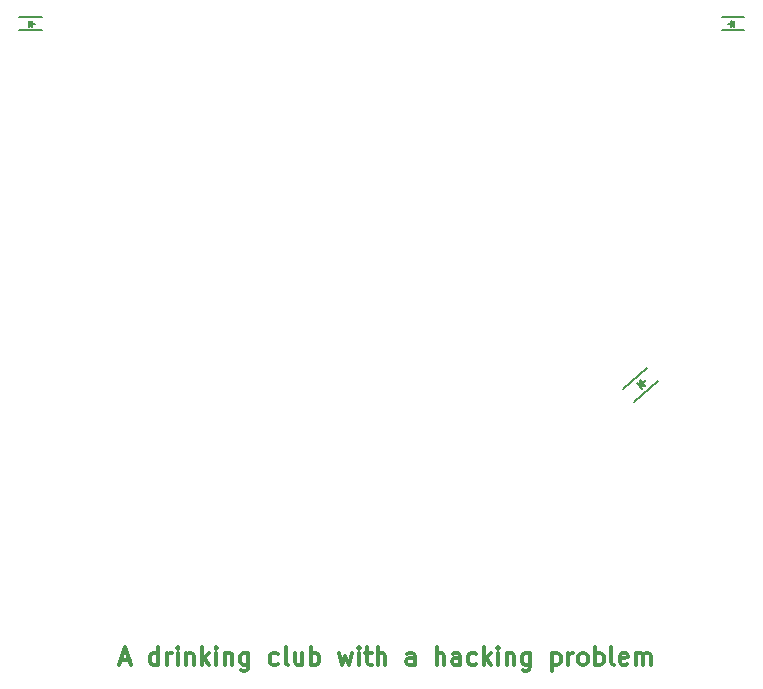
<source format=gto>
G04 #@! TF.FileFunction,Legend,Top*
%FSLAX46Y46*%
G04 Gerber Fmt 4.6, Leading zero omitted, Abs format (unit mm)*
G04 Created by KiCad (PCBNEW 4.0.3+e1-6302~38~ubuntu16.04.1-stable) date Sat Aug 27 13:07:25 2016*
%MOMM*%
%LPD*%
G01*
G04 APERTURE LIST*
%ADD10C,0.100000*%
%ADD11C,0.300000*%
%ADD12C,0.150000*%
G04 APERTURE END LIST*
D10*
D11*
X140935714Y-131550000D02*
X141650000Y-131550000D01*
X140792857Y-131978571D02*
X141292857Y-130478571D01*
X141792857Y-131978571D01*
X144078571Y-131978571D02*
X144078571Y-130478571D01*
X144078571Y-131907143D02*
X143935714Y-131978571D01*
X143650000Y-131978571D01*
X143507142Y-131907143D01*
X143435714Y-131835714D01*
X143364285Y-131692857D01*
X143364285Y-131264286D01*
X143435714Y-131121429D01*
X143507142Y-131050000D01*
X143650000Y-130978571D01*
X143935714Y-130978571D01*
X144078571Y-131050000D01*
X144792857Y-131978571D02*
X144792857Y-130978571D01*
X144792857Y-131264286D02*
X144864285Y-131121429D01*
X144935714Y-131050000D01*
X145078571Y-130978571D01*
X145221428Y-130978571D01*
X145721428Y-131978571D02*
X145721428Y-130978571D01*
X145721428Y-130478571D02*
X145649999Y-130550000D01*
X145721428Y-130621429D01*
X145792856Y-130550000D01*
X145721428Y-130478571D01*
X145721428Y-130621429D01*
X146435714Y-130978571D02*
X146435714Y-131978571D01*
X146435714Y-131121429D02*
X146507142Y-131050000D01*
X146650000Y-130978571D01*
X146864285Y-130978571D01*
X147007142Y-131050000D01*
X147078571Y-131192857D01*
X147078571Y-131978571D01*
X147792857Y-131978571D02*
X147792857Y-130478571D01*
X147935714Y-131407143D02*
X148364285Y-131978571D01*
X148364285Y-130978571D02*
X147792857Y-131550000D01*
X149007143Y-131978571D02*
X149007143Y-130978571D01*
X149007143Y-130478571D02*
X148935714Y-130550000D01*
X149007143Y-130621429D01*
X149078571Y-130550000D01*
X149007143Y-130478571D01*
X149007143Y-130621429D01*
X149721429Y-130978571D02*
X149721429Y-131978571D01*
X149721429Y-131121429D02*
X149792857Y-131050000D01*
X149935715Y-130978571D01*
X150150000Y-130978571D01*
X150292857Y-131050000D01*
X150364286Y-131192857D01*
X150364286Y-131978571D01*
X151721429Y-130978571D02*
X151721429Y-132192857D01*
X151650000Y-132335714D01*
X151578572Y-132407143D01*
X151435715Y-132478571D01*
X151221429Y-132478571D01*
X151078572Y-132407143D01*
X151721429Y-131907143D02*
X151578572Y-131978571D01*
X151292858Y-131978571D01*
X151150000Y-131907143D01*
X151078572Y-131835714D01*
X151007143Y-131692857D01*
X151007143Y-131264286D01*
X151078572Y-131121429D01*
X151150000Y-131050000D01*
X151292858Y-130978571D01*
X151578572Y-130978571D01*
X151721429Y-131050000D01*
X154221429Y-131907143D02*
X154078572Y-131978571D01*
X153792858Y-131978571D01*
X153650000Y-131907143D01*
X153578572Y-131835714D01*
X153507143Y-131692857D01*
X153507143Y-131264286D01*
X153578572Y-131121429D01*
X153650000Y-131050000D01*
X153792858Y-130978571D01*
X154078572Y-130978571D01*
X154221429Y-131050000D01*
X155078572Y-131978571D02*
X154935714Y-131907143D01*
X154864286Y-131764286D01*
X154864286Y-130478571D01*
X156292857Y-130978571D02*
X156292857Y-131978571D01*
X155650000Y-130978571D02*
X155650000Y-131764286D01*
X155721428Y-131907143D01*
X155864286Y-131978571D01*
X156078571Y-131978571D01*
X156221428Y-131907143D01*
X156292857Y-131835714D01*
X157007143Y-131978571D02*
X157007143Y-130478571D01*
X157007143Y-131050000D02*
X157150000Y-130978571D01*
X157435714Y-130978571D01*
X157578571Y-131050000D01*
X157650000Y-131121429D01*
X157721429Y-131264286D01*
X157721429Y-131692857D01*
X157650000Y-131835714D01*
X157578571Y-131907143D01*
X157435714Y-131978571D01*
X157150000Y-131978571D01*
X157007143Y-131907143D01*
X159364286Y-130978571D02*
X159650000Y-131978571D01*
X159935714Y-131264286D01*
X160221429Y-131978571D01*
X160507143Y-130978571D01*
X161078572Y-131978571D02*
X161078572Y-130978571D01*
X161078572Y-130478571D02*
X161007143Y-130550000D01*
X161078572Y-130621429D01*
X161150000Y-130550000D01*
X161078572Y-130478571D01*
X161078572Y-130621429D01*
X161578572Y-130978571D02*
X162150001Y-130978571D01*
X161792858Y-130478571D02*
X161792858Y-131764286D01*
X161864286Y-131907143D01*
X162007144Y-131978571D01*
X162150001Y-131978571D01*
X162650001Y-131978571D02*
X162650001Y-130478571D01*
X163292858Y-131978571D02*
X163292858Y-131192857D01*
X163221429Y-131050000D01*
X163078572Y-130978571D01*
X162864287Y-130978571D01*
X162721429Y-131050000D01*
X162650001Y-131121429D01*
X165792858Y-131978571D02*
X165792858Y-131192857D01*
X165721429Y-131050000D01*
X165578572Y-130978571D01*
X165292858Y-130978571D01*
X165150001Y-131050000D01*
X165792858Y-131907143D02*
X165650001Y-131978571D01*
X165292858Y-131978571D01*
X165150001Y-131907143D01*
X165078572Y-131764286D01*
X165078572Y-131621429D01*
X165150001Y-131478571D01*
X165292858Y-131407143D01*
X165650001Y-131407143D01*
X165792858Y-131335714D01*
X167650001Y-131978571D02*
X167650001Y-130478571D01*
X168292858Y-131978571D02*
X168292858Y-131192857D01*
X168221429Y-131050000D01*
X168078572Y-130978571D01*
X167864287Y-130978571D01*
X167721429Y-131050000D01*
X167650001Y-131121429D01*
X169650001Y-131978571D02*
X169650001Y-131192857D01*
X169578572Y-131050000D01*
X169435715Y-130978571D01*
X169150001Y-130978571D01*
X169007144Y-131050000D01*
X169650001Y-131907143D02*
X169507144Y-131978571D01*
X169150001Y-131978571D01*
X169007144Y-131907143D01*
X168935715Y-131764286D01*
X168935715Y-131621429D01*
X169007144Y-131478571D01*
X169150001Y-131407143D01*
X169507144Y-131407143D01*
X169650001Y-131335714D01*
X171007144Y-131907143D02*
X170864287Y-131978571D01*
X170578573Y-131978571D01*
X170435715Y-131907143D01*
X170364287Y-131835714D01*
X170292858Y-131692857D01*
X170292858Y-131264286D01*
X170364287Y-131121429D01*
X170435715Y-131050000D01*
X170578573Y-130978571D01*
X170864287Y-130978571D01*
X171007144Y-131050000D01*
X171650001Y-131978571D02*
X171650001Y-130478571D01*
X171792858Y-131407143D02*
X172221429Y-131978571D01*
X172221429Y-130978571D02*
X171650001Y-131550000D01*
X172864287Y-131978571D02*
X172864287Y-130978571D01*
X172864287Y-130478571D02*
X172792858Y-130550000D01*
X172864287Y-130621429D01*
X172935715Y-130550000D01*
X172864287Y-130478571D01*
X172864287Y-130621429D01*
X173578573Y-130978571D02*
X173578573Y-131978571D01*
X173578573Y-131121429D02*
X173650001Y-131050000D01*
X173792859Y-130978571D01*
X174007144Y-130978571D01*
X174150001Y-131050000D01*
X174221430Y-131192857D01*
X174221430Y-131978571D01*
X175578573Y-130978571D02*
X175578573Y-132192857D01*
X175507144Y-132335714D01*
X175435716Y-132407143D01*
X175292859Y-132478571D01*
X175078573Y-132478571D01*
X174935716Y-132407143D01*
X175578573Y-131907143D02*
X175435716Y-131978571D01*
X175150002Y-131978571D01*
X175007144Y-131907143D01*
X174935716Y-131835714D01*
X174864287Y-131692857D01*
X174864287Y-131264286D01*
X174935716Y-131121429D01*
X175007144Y-131050000D01*
X175150002Y-130978571D01*
X175435716Y-130978571D01*
X175578573Y-131050000D01*
X177435716Y-130978571D02*
X177435716Y-132478571D01*
X177435716Y-131050000D02*
X177578573Y-130978571D01*
X177864287Y-130978571D01*
X178007144Y-131050000D01*
X178078573Y-131121429D01*
X178150002Y-131264286D01*
X178150002Y-131692857D01*
X178078573Y-131835714D01*
X178007144Y-131907143D01*
X177864287Y-131978571D01*
X177578573Y-131978571D01*
X177435716Y-131907143D01*
X178792859Y-131978571D02*
X178792859Y-130978571D01*
X178792859Y-131264286D02*
X178864287Y-131121429D01*
X178935716Y-131050000D01*
X179078573Y-130978571D01*
X179221430Y-130978571D01*
X179935716Y-131978571D02*
X179792858Y-131907143D01*
X179721430Y-131835714D01*
X179650001Y-131692857D01*
X179650001Y-131264286D01*
X179721430Y-131121429D01*
X179792858Y-131050000D01*
X179935716Y-130978571D01*
X180150001Y-130978571D01*
X180292858Y-131050000D01*
X180364287Y-131121429D01*
X180435716Y-131264286D01*
X180435716Y-131692857D01*
X180364287Y-131835714D01*
X180292858Y-131907143D01*
X180150001Y-131978571D01*
X179935716Y-131978571D01*
X181078573Y-131978571D02*
X181078573Y-130478571D01*
X181078573Y-131050000D02*
X181221430Y-130978571D01*
X181507144Y-130978571D01*
X181650001Y-131050000D01*
X181721430Y-131121429D01*
X181792859Y-131264286D01*
X181792859Y-131692857D01*
X181721430Y-131835714D01*
X181650001Y-131907143D01*
X181507144Y-131978571D01*
X181221430Y-131978571D01*
X181078573Y-131907143D01*
X182650002Y-131978571D02*
X182507144Y-131907143D01*
X182435716Y-131764286D01*
X182435716Y-130478571D01*
X183792858Y-131907143D02*
X183650001Y-131978571D01*
X183364287Y-131978571D01*
X183221430Y-131907143D01*
X183150001Y-131764286D01*
X183150001Y-131192857D01*
X183221430Y-131050000D01*
X183364287Y-130978571D01*
X183650001Y-130978571D01*
X183792858Y-131050000D01*
X183864287Y-131192857D01*
X183864287Y-131335714D01*
X183150001Y-131478571D01*
X184507144Y-131978571D02*
X184507144Y-130978571D01*
X184507144Y-131121429D02*
X184578572Y-131050000D01*
X184721430Y-130978571D01*
X184935715Y-130978571D01*
X185078572Y-131050000D01*
X185150001Y-131192857D01*
X185150001Y-131978571D01*
X185150001Y-131192857D02*
X185221430Y-131050000D01*
X185364287Y-130978571D01*
X185578572Y-130978571D01*
X185721430Y-131050000D01*
X185792858Y-131192857D01*
X185792858Y-131978571D01*
D12*
X184398636Y-109721909D02*
X186420816Y-107932835D01*
X183404706Y-108598475D02*
X185426886Y-106809401D01*
X185124497Y-108278605D02*
X184958842Y-108091366D01*
X184958842Y-108091366D02*
X184945892Y-108303103D01*
X184605948Y-108069783D02*
X185069783Y-108594052D01*
X185100000Y-108100000D02*
X185362135Y-107868083D01*
X184837865Y-108331917D02*
X184868083Y-107837865D01*
X184868083Y-107837865D02*
X185331917Y-108362135D01*
X185331917Y-108362135D02*
X184837865Y-108331917D01*
X132300000Y-78250000D02*
X134200000Y-78250000D01*
X132300000Y-77150000D02*
X134200000Y-77150000D01*
X133200000Y-77700000D02*
X133650000Y-77700000D01*
X133150000Y-77450000D02*
X133150000Y-77950000D01*
X133150000Y-77700000D02*
X133400000Y-77450000D01*
X133400000Y-77450000D02*
X133400000Y-77950000D01*
X133400000Y-77950000D02*
X133150000Y-77700000D01*
X193700000Y-77150000D02*
X191800000Y-77150000D01*
X193700000Y-78250000D02*
X191800000Y-78250000D01*
X192800000Y-77700000D02*
X192350000Y-77700000D01*
X192850000Y-77950000D02*
X192850000Y-77450000D01*
X192850000Y-77700000D02*
X192600000Y-77950000D01*
X192600000Y-77950000D02*
X192600000Y-77450000D01*
X192600000Y-77450000D02*
X192850000Y-77700000D01*
M02*

</source>
